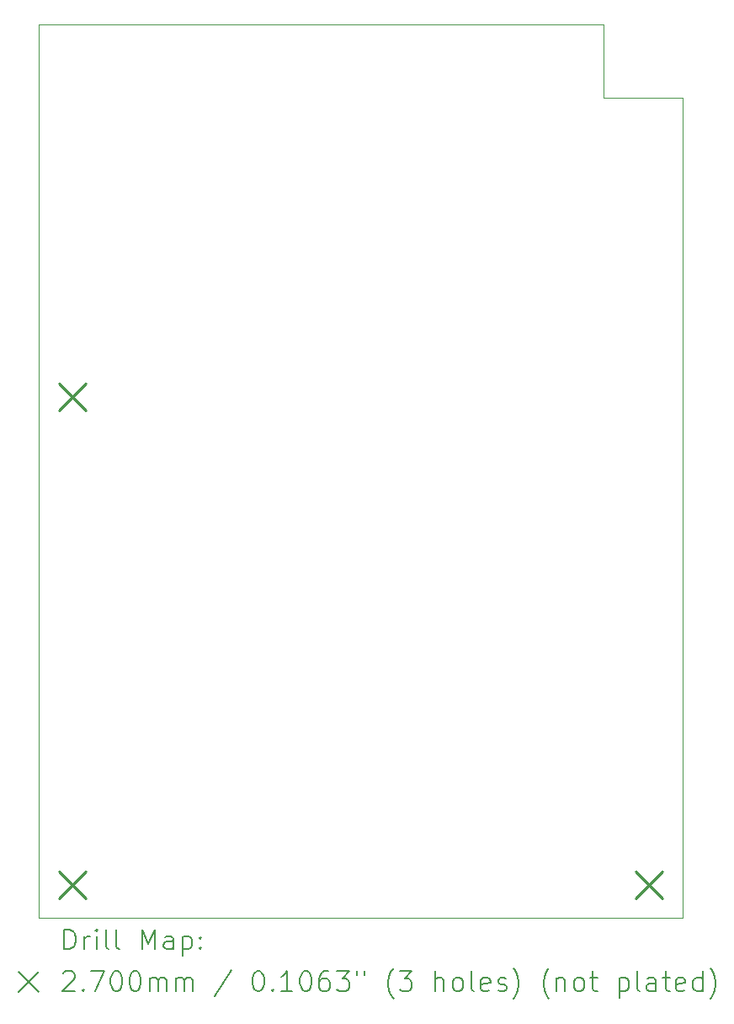
<source format=gbr>
%TF.GenerationSoftware,KiCad,Pcbnew,7.0.8*%
%TF.CreationDate,2023-11-07T10:45:07+02:00*%
%TF.ProjectId,Shield,53686965-6c64-42e6-9b69-6361645f7063,rev?*%
%TF.SameCoordinates,Original*%
%TF.FileFunction,Drillmap*%
%TF.FilePolarity,Positive*%
%FSLAX45Y45*%
G04 Gerber Fmt 4.5, Leading zero omitted, Abs format (unit mm)*
G04 Created by KiCad (PCBNEW 7.0.8) date 2023-11-07 10:45:07*
%MOMM*%
%LPD*%
G01*
G04 APERTURE LIST*
%ADD10C,0.100000*%
%ADD11C,0.200000*%
%ADD12C,0.270000*%
G04 APERTURE END LIST*
D10*
X13490780Y-6761220D02*
X14280720Y-6761220D01*
X7808800Y-6027160D02*
X13490780Y-6027160D01*
X14280720Y-6761220D02*
X14280720Y-14998440D01*
X13490780Y-6027160D02*
X13490780Y-6761220D01*
X7808800Y-6027160D02*
X7808800Y-14998440D01*
X7808800Y-14998440D02*
X14280720Y-14998440D01*
D11*
D12*
X8011720Y-9630860D02*
X8281720Y-9900860D01*
X8281720Y-9630860D02*
X8011720Y-9900860D01*
X8011720Y-14530860D02*
X8281720Y-14800860D01*
X8281720Y-14530860D02*
X8011720Y-14800860D01*
X13811720Y-14530860D02*
X14081720Y-14800860D01*
X14081720Y-14530860D02*
X13811720Y-14800860D01*
D11*
X8064577Y-15314924D02*
X8064577Y-15114924D01*
X8064577Y-15114924D02*
X8112196Y-15114924D01*
X8112196Y-15114924D02*
X8140767Y-15124448D01*
X8140767Y-15124448D02*
X8159815Y-15143495D01*
X8159815Y-15143495D02*
X8169339Y-15162543D01*
X8169339Y-15162543D02*
X8178862Y-15200638D01*
X8178862Y-15200638D02*
X8178862Y-15229209D01*
X8178862Y-15229209D02*
X8169339Y-15267305D01*
X8169339Y-15267305D02*
X8159815Y-15286352D01*
X8159815Y-15286352D02*
X8140767Y-15305400D01*
X8140767Y-15305400D02*
X8112196Y-15314924D01*
X8112196Y-15314924D02*
X8064577Y-15314924D01*
X8264577Y-15314924D02*
X8264577Y-15181590D01*
X8264577Y-15219686D02*
X8274101Y-15200638D01*
X8274101Y-15200638D02*
X8283624Y-15191114D01*
X8283624Y-15191114D02*
X8302672Y-15181590D01*
X8302672Y-15181590D02*
X8321720Y-15181590D01*
X8388386Y-15314924D02*
X8388386Y-15181590D01*
X8388386Y-15114924D02*
X8378862Y-15124448D01*
X8378862Y-15124448D02*
X8388386Y-15133971D01*
X8388386Y-15133971D02*
X8397910Y-15124448D01*
X8397910Y-15124448D02*
X8388386Y-15114924D01*
X8388386Y-15114924D02*
X8388386Y-15133971D01*
X8512196Y-15314924D02*
X8493148Y-15305400D01*
X8493148Y-15305400D02*
X8483624Y-15286352D01*
X8483624Y-15286352D02*
X8483624Y-15114924D01*
X8616958Y-15314924D02*
X8597910Y-15305400D01*
X8597910Y-15305400D02*
X8588386Y-15286352D01*
X8588386Y-15286352D02*
X8588386Y-15114924D01*
X8845529Y-15314924D02*
X8845529Y-15114924D01*
X8845529Y-15114924D02*
X8912196Y-15257781D01*
X8912196Y-15257781D02*
X8978863Y-15114924D01*
X8978863Y-15114924D02*
X8978863Y-15314924D01*
X9159815Y-15314924D02*
X9159815Y-15210162D01*
X9159815Y-15210162D02*
X9150291Y-15191114D01*
X9150291Y-15191114D02*
X9131244Y-15181590D01*
X9131244Y-15181590D02*
X9093148Y-15181590D01*
X9093148Y-15181590D02*
X9074101Y-15191114D01*
X9159815Y-15305400D02*
X9140767Y-15314924D01*
X9140767Y-15314924D02*
X9093148Y-15314924D01*
X9093148Y-15314924D02*
X9074101Y-15305400D01*
X9074101Y-15305400D02*
X9064577Y-15286352D01*
X9064577Y-15286352D02*
X9064577Y-15267305D01*
X9064577Y-15267305D02*
X9074101Y-15248257D01*
X9074101Y-15248257D02*
X9093148Y-15238733D01*
X9093148Y-15238733D02*
X9140767Y-15238733D01*
X9140767Y-15238733D02*
X9159815Y-15229209D01*
X9255053Y-15181590D02*
X9255053Y-15381590D01*
X9255053Y-15191114D02*
X9274101Y-15181590D01*
X9274101Y-15181590D02*
X9312196Y-15181590D01*
X9312196Y-15181590D02*
X9331244Y-15191114D01*
X9331244Y-15191114D02*
X9340767Y-15200638D01*
X9340767Y-15200638D02*
X9350291Y-15219686D01*
X9350291Y-15219686D02*
X9350291Y-15276828D01*
X9350291Y-15276828D02*
X9340767Y-15295876D01*
X9340767Y-15295876D02*
X9331244Y-15305400D01*
X9331244Y-15305400D02*
X9312196Y-15314924D01*
X9312196Y-15314924D02*
X9274101Y-15314924D01*
X9274101Y-15314924D02*
X9255053Y-15305400D01*
X9436005Y-15295876D02*
X9445529Y-15305400D01*
X9445529Y-15305400D02*
X9436005Y-15314924D01*
X9436005Y-15314924D02*
X9426482Y-15305400D01*
X9426482Y-15305400D02*
X9436005Y-15295876D01*
X9436005Y-15295876D02*
X9436005Y-15314924D01*
X9436005Y-15191114D02*
X9445529Y-15200638D01*
X9445529Y-15200638D02*
X9436005Y-15210162D01*
X9436005Y-15210162D02*
X9426482Y-15200638D01*
X9426482Y-15200638D02*
X9436005Y-15191114D01*
X9436005Y-15191114D02*
X9436005Y-15210162D01*
X7603800Y-15543440D02*
X7803800Y-15743440D01*
X7803800Y-15543440D02*
X7603800Y-15743440D01*
X8055053Y-15553971D02*
X8064577Y-15544448D01*
X8064577Y-15544448D02*
X8083624Y-15534924D01*
X8083624Y-15534924D02*
X8131243Y-15534924D01*
X8131243Y-15534924D02*
X8150291Y-15544448D01*
X8150291Y-15544448D02*
X8159815Y-15553971D01*
X8159815Y-15553971D02*
X8169339Y-15573019D01*
X8169339Y-15573019D02*
X8169339Y-15592067D01*
X8169339Y-15592067D02*
X8159815Y-15620638D01*
X8159815Y-15620638D02*
X8045529Y-15734924D01*
X8045529Y-15734924D02*
X8169339Y-15734924D01*
X8255053Y-15715876D02*
X8264577Y-15725400D01*
X8264577Y-15725400D02*
X8255053Y-15734924D01*
X8255053Y-15734924D02*
X8245529Y-15725400D01*
X8245529Y-15725400D02*
X8255053Y-15715876D01*
X8255053Y-15715876D02*
X8255053Y-15734924D01*
X8331243Y-15534924D02*
X8464577Y-15534924D01*
X8464577Y-15534924D02*
X8378862Y-15734924D01*
X8578863Y-15534924D02*
X8597910Y-15534924D01*
X8597910Y-15534924D02*
X8616958Y-15544448D01*
X8616958Y-15544448D02*
X8626482Y-15553971D01*
X8626482Y-15553971D02*
X8636005Y-15573019D01*
X8636005Y-15573019D02*
X8645529Y-15611114D01*
X8645529Y-15611114D02*
X8645529Y-15658733D01*
X8645529Y-15658733D02*
X8636005Y-15696828D01*
X8636005Y-15696828D02*
X8626482Y-15715876D01*
X8626482Y-15715876D02*
X8616958Y-15725400D01*
X8616958Y-15725400D02*
X8597910Y-15734924D01*
X8597910Y-15734924D02*
X8578863Y-15734924D01*
X8578863Y-15734924D02*
X8559815Y-15725400D01*
X8559815Y-15725400D02*
X8550291Y-15715876D01*
X8550291Y-15715876D02*
X8540767Y-15696828D01*
X8540767Y-15696828D02*
X8531244Y-15658733D01*
X8531244Y-15658733D02*
X8531244Y-15611114D01*
X8531244Y-15611114D02*
X8540767Y-15573019D01*
X8540767Y-15573019D02*
X8550291Y-15553971D01*
X8550291Y-15553971D02*
X8559815Y-15544448D01*
X8559815Y-15544448D02*
X8578863Y-15534924D01*
X8769339Y-15534924D02*
X8788386Y-15534924D01*
X8788386Y-15534924D02*
X8807434Y-15544448D01*
X8807434Y-15544448D02*
X8816958Y-15553971D01*
X8816958Y-15553971D02*
X8826482Y-15573019D01*
X8826482Y-15573019D02*
X8836005Y-15611114D01*
X8836005Y-15611114D02*
X8836005Y-15658733D01*
X8836005Y-15658733D02*
X8826482Y-15696828D01*
X8826482Y-15696828D02*
X8816958Y-15715876D01*
X8816958Y-15715876D02*
X8807434Y-15725400D01*
X8807434Y-15725400D02*
X8788386Y-15734924D01*
X8788386Y-15734924D02*
X8769339Y-15734924D01*
X8769339Y-15734924D02*
X8750291Y-15725400D01*
X8750291Y-15725400D02*
X8740767Y-15715876D01*
X8740767Y-15715876D02*
X8731244Y-15696828D01*
X8731244Y-15696828D02*
X8721720Y-15658733D01*
X8721720Y-15658733D02*
X8721720Y-15611114D01*
X8721720Y-15611114D02*
X8731244Y-15573019D01*
X8731244Y-15573019D02*
X8740767Y-15553971D01*
X8740767Y-15553971D02*
X8750291Y-15544448D01*
X8750291Y-15544448D02*
X8769339Y-15534924D01*
X8921720Y-15734924D02*
X8921720Y-15601590D01*
X8921720Y-15620638D02*
X8931244Y-15611114D01*
X8931244Y-15611114D02*
X8950291Y-15601590D01*
X8950291Y-15601590D02*
X8978863Y-15601590D01*
X8978863Y-15601590D02*
X8997910Y-15611114D01*
X8997910Y-15611114D02*
X9007434Y-15630162D01*
X9007434Y-15630162D02*
X9007434Y-15734924D01*
X9007434Y-15630162D02*
X9016958Y-15611114D01*
X9016958Y-15611114D02*
X9036005Y-15601590D01*
X9036005Y-15601590D02*
X9064577Y-15601590D01*
X9064577Y-15601590D02*
X9083625Y-15611114D01*
X9083625Y-15611114D02*
X9093148Y-15630162D01*
X9093148Y-15630162D02*
X9093148Y-15734924D01*
X9188386Y-15734924D02*
X9188386Y-15601590D01*
X9188386Y-15620638D02*
X9197910Y-15611114D01*
X9197910Y-15611114D02*
X9216958Y-15601590D01*
X9216958Y-15601590D02*
X9245529Y-15601590D01*
X9245529Y-15601590D02*
X9264577Y-15611114D01*
X9264577Y-15611114D02*
X9274101Y-15630162D01*
X9274101Y-15630162D02*
X9274101Y-15734924D01*
X9274101Y-15630162D02*
X9283625Y-15611114D01*
X9283625Y-15611114D02*
X9302672Y-15601590D01*
X9302672Y-15601590D02*
X9331244Y-15601590D01*
X9331244Y-15601590D02*
X9350291Y-15611114D01*
X9350291Y-15611114D02*
X9359815Y-15630162D01*
X9359815Y-15630162D02*
X9359815Y-15734924D01*
X9750291Y-15525400D02*
X9578863Y-15782543D01*
X10007434Y-15534924D02*
X10026482Y-15534924D01*
X10026482Y-15534924D02*
X10045529Y-15544448D01*
X10045529Y-15544448D02*
X10055053Y-15553971D01*
X10055053Y-15553971D02*
X10064577Y-15573019D01*
X10064577Y-15573019D02*
X10074101Y-15611114D01*
X10074101Y-15611114D02*
X10074101Y-15658733D01*
X10074101Y-15658733D02*
X10064577Y-15696828D01*
X10064577Y-15696828D02*
X10055053Y-15715876D01*
X10055053Y-15715876D02*
X10045529Y-15725400D01*
X10045529Y-15725400D02*
X10026482Y-15734924D01*
X10026482Y-15734924D02*
X10007434Y-15734924D01*
X10007434Y-15734924D02*
X9988387Y-15725400D01*
X9988387Y-15725400D02*
X9978863Y-15715876D01*
X9978863Y-15715876D02*
X9969339Y-15696828D01*
X9969339Y-15696828D02*
X9959815Y-15658733D01*
X9959815Y-15658733D02*
X9959815Y-15611114D01*
X9959815Y-15611114D02*
X9969339Y-15573019D01*
X9969339Y-15573019D02*
X9978863Y-15553971D01*
X9978863Y-15553971D02*
X9988387Y-15544448D01*
X9988387Y-15544448D02*
X10007434Y-15534924D01*
X10159815Y-15715876D02*
X10169339Y-15725400D01*
X10169339Y-15725400D02*
X10159815Y-15734924D01*
X10159815Y-15734924D02*
X10150291Y-15725400D01*
X10150291Y-15725400D02*
X10159815Y-15715876D01*
X10159815Y-15715876D02*
X10159815Y-15734924D01*
X10359815Y-15734924D02*
X10245529Y-15734924D01*
X10302672Y-15734924D02*
X10302672Y-15534924D01*
X10302672Y-15534924D02*
X10283625Y-15563495D01*
X10283625Y-15563495D02*
X10264577Y-15582543D01*
X10264577Y-15582543D02*
X10245529Y-15592067D01*
X10483625Y-15534924D02*
X10502672Y-15534924D01*
X10502672Y-15534924D02*
X10521720Y-15544448D01*
X10521720Y-15544448D02*
X10531244Y-15553971D01*
X10531244Y-15553971D02*
X10540768Y-15573019D01*
X10540768Y-15573019D02*
X10550291Y-15611114D01*
X10550291Y-15611114D02*
X10550291Y-15658733D01*
X10550291Y-15658733D02*
X10540768Y-15696828D01*
X10540768Y-15696828D02*
X10531244Y-15715876D01*
X10531244Y-15715876D02*
X10521720Y-15725400D01*
X10521720Y-15725400D02*
X10502672Y-15734924D01*
X10502672Y-15734924D02*
X10483625Y-15734924D01*
X10483625Y-15734924D02*
X10464577Y-15725400D01*
X10464577Y-15725400D02*
X10455053Y-15715876D01*
X10455053Y-15715876D02*
X10445529Y-15696828D01*
X10445529Y-15696828D02*
X10436006Y-15658733D01*
X10436006Y-15658733D02*
X10436006Y-15611114D01*
X10436006Y-15611114D02*
X10445529Y-15573019D01*
X10445529Y-15573019D02*
X10455053Y-15553971D01*
X10455053Y-15553971D02*
X10464577Y-15544448D01*
X10464577Y-15544448D02*
X10483625Y-15534924D01*
X10721720Y-15534924D02*
X10683625Y-15534924D01*
X10683625Y-15534924D02*
X10664577Y-15544448D01*
X10664577Y-15544448D02*
X10655053Y-15553971D01*
X10655053Y-15553971D02*
X10636006Y-15582543D01*
X10636006Y-15582543D02*
X10626482Y-15620638D01*
X10626482Y-15620638D02*
X10626482Y-15696828D01*
X10626482Y-15696828D02*
X10636006Y-15715876D01*
X10636006Y-15715876D02*
X10645529Y-15725400D01*
X10645529Y-15725400D02*
X10664577Y-15734924D01*
X10664577Y-15734924D02*
X10702672Y-15734924D01*
X10702672Y-15734924D02*
X10721720Y-15725400D01*
X10721720Y-15725400D02*
X10731244Y-15715876D01*
X10731244Y-15715876D02*
X10740768Y-15696828D01*
X10740768Y-15696828D02*
X10740768Y-15649209D01*
X10740768Y-15649209D02*
X10731244Y-15630162D01*
X10731244Y-15630162D02*
X10721720Y-15620638D01*
X10721720Y-15620638D02*
X10702672Y-15611114D01*
X10702672Y-15611114D02*
X10664577Y-15611114D01*
X10664577Y-15611114D02*
X10645529Y-15620638D01*
X10645529Y-15620638D02*
X10636006Y-15630162D01*
X10636006Y-15630162D02*
X10626482Y-15649209D01*
X10807434Y-15534924D02*
X10931244Y-15534924D01*
X10931244Y-15534924D02*
X10864577Y-15611114D01*
X10864577Y-15611114D02*
X10893149Y-15611114D01*
X10893149Y-15611114D02*
X10912196Y-15620638D01*
X10912196Y-15620638D02*
X10921720Y-15630162D01*
X10921720Y-15630162D02*
X10931244Y-15649209D01*
X10931244Y-15649209D02*
X10931244Y-15696828D01*
X10931244Y-15696828D02*
X10921720Y-15715876D01*
X10921720Y-15715876D02*
X10912196Y-15725400D01*
X10912196Y-15725400D02*
X10893149Y-15734924D01*
X10893149Y-15734924D02*
X10836006Y-15734924D01*
X10836006Y-15734924D02*
X10816958Y-15725400D01*
X10816958Y-15725400D02*
X10807434Y-15715876D01*
X11007434Y-15534924D02*
X11007434Y-15573019D01*
X11083625Y-15534924D02*
X11083625Y-15573019D01*
X11378863Y-15811114D02*
X11369339Y-15801590D01*
X11369339Y-15801590D02*
X11350291Y-15773019D01*
X11350291Y-15773019D02*
X11340768Y-15753971D01*
X11340768Y-15753971D02*
X11331244Y-15725400D01*
X11331244Y-15725400D02*
X11321720Y-15677781D01*
X11321720Y-15677781D02*
X11321720Y-15639686D01*
X11321720Y-15639686D02*
X11331244Y-15592067D01*
X11331244Y-15592067D02*
X11340768Y-15563495D01*
X11340768Y-15563495D02*
X11350291Y-15544448D01*
X11350291Y-15544448D02*
X11369339Y-15515876D01*
X11369339Y-15515876D02*
X11378863Y-15506352D01*
X11436006Y-15534924D02*
X11559815Y-15534924D01*
X11559815Y-15534924D02*
X11493148Y-15611114D01*
X11493148Y-15611114D02*
X11521720Y-15611114D01*
X11521720Y-15611114D02*
X11540768Y-15620638D01*
X11540768Y-15620638D02*
X11550291Y-15630162D01*
X11550291Y-15630162D02*
X11559815Y-15649209D01*
X11559815Y-15649209D02*
X11559815Y-15696828D01*
X11559815Y-15696828D02*
X11550291Y-15715876D01*
X11550291Y-15715876D02*
X11540768Y-15725400D01*
X11540768Y-15725400D02*
X11521720Y-15734924D01*
X11521720Y-15734924D02*
X11464577Y-15734924D01*
X11464577Y-15734924D02*
X11445529Y-15725400D01*
X11445529Y-15725400D02*
X11436006Y-15715876D01*
X11797910Y-15734924D02*
X11797910Y-15534924D01*
X11883625Y-15734924D02*
X11883625Y-15630162D01*
X11883625Y-15630162D02*
X11874101Y-15611114D01*
X11874101Y-15611114D02*
X11855053Y-15601590D01*
X11855053Y-15601590D02*
X11826482Y-15601590D01*
X11826482Y-15601590D02*
X11807434Y-15611114D01*
X11807434Y-15611114D02*
X11797910Y-15620638D01*
X12007434Y-15734924D02*
X11988387Y-15725400D01*
X11988387Y-15725400D02*
X11978863Y-15715876D01*
X11978863Y-15715876D02*
X11969339Y-15696828D01*
X11969339Y-15696828D02*
X11969339Y-15639686D01*
X11969339Y-15639686D02*
X11978863Y-15620638D01*
X11978863Y-15620638D02*
X11988387Y-15611114D01*
X11988387Y-15611114D02*
X12007434Y-15601590D01*
X12007434Y-15601590D02*
X12036006Y-15601590D01*
X12036006Y-15601590D02*
X12055053Y-15611114D01*
X12055053Y-15611114D02*
X12064577Y-15620638D01*
X12064577Y-15620638D02*
X12074101Y-15639686D01*
X12074101Y-15639686D02*
X12074101Y-15696828D01*
X12074101Y-15696828D02*
X12064577Y-15715876D01*
X12064577Y-15715876D02*
X12055053Y-15725400D01*
X12055053Y-15725400D02*
X12036006Y-15734924D01*
X12036006Y-15734924D02*
X12007434Y-15734924D01*
X12188387Y-15734924D02*
X12169339Y-15725400D01*
X12169339Y-15725400D02*
X12159815Y-15706352D01*
X12159815Y-15706352D02*
X12159815Y-15534924D01*
X12340768Y-15725400D02*
X12321720Y-15734924D01*
X12321720Y-15734924D02*
X12283625Y-15734924D01*
X12283625Y-15734924D02*
X12264577Y-15725400D01*
X12264577Y-15725400D02*
X12255053Y-15706352D01*
X12255053Y-15706352D02*
X12255053Y-15630162D01*
X12255053Y-15630162D02*
X12264577Y-15611114D01*
X12264577Y-15611114D02*
X12283625Y-15601590D01*
X12283625Y-15601590D02*
X12321720Y-15601590D01*
X12321720Y-15601590D02*
X12340768Y-15611114D01*
X12340768Y-15611114D02*
X12350291Y-15630162D01*
X12350291Y-15630162D02*
X12350291Y-15649209D01*
X12350291Y-15649209D02*
X12255053Y-15668257D01*
X12426482Y-15725400D02*
X12445530Y-15734924D01*
X12445530Y-15734924D02*
X12483625Y-15734924D01*
X12483625Y-15734924D02*
X12502672Y-15725400D01*
X12502672Y-15725400D02*
X12512196Y-15706352D01*
X12512196Y-15706352D02*
X12512196Y-15696828D01*
X12512196Y-15696828D02*
X12502672Y-15677781D01*
X12502672Y-15677781D02*
X12483625Y-15668257D01*
X12483625Y-15668257D02*
X12455053Y-15668257D01*
X12455053Y-15668257D02*
X12436006Y-15658733D01*
X12436006Y-15658733D02*
X12426482Y-15639686D01*
X12426482Y-15639686D02*
X12426482Y-15630162D01*
X12426482Y-15630162D02*
X12436006Y-15611114D01*
X12436006Y-15611114D02*
X12455053Y-15601590D01*
X12455053Y-15601590D02*
X12483625Y-15601590D01*
X12483625Y-15601590D02*
X12502672Y-15611114D01*
X12578863Y-15811114D02*
X12588387Y-15801590D01*
X12588387Y-15801590D02*
X12607434Y-15773019D01*
X12607434Y-15773019D02*
X12616958Y-15753971D01*
X12616958Y-15753971D02*
X12626482Y-15725400D01*
X12626482Y-15725400D02*
X12636006Y-15677781D01*
X12636006Y-15677781D02*
X12636006Y-15639686D01*
X12636006Y-15639686D02*
X12626482Y-15592067D01*
X12626482Y-15592067D02*
X12616958Y-15563495D01*
X12616958Y-15563495D02*
X12607434Y-15544448D01*
X12607434Y-15544448D02*
X12588387Y-15515876D01*
X12588387Y-15515876D02*
X12578863Y-15506352D01*
X12940768Y-15811114D02*
X12931244Y-15801590D01*
X12931244Y-15801590D02*
X12912196Y-15773019D01*
X12912196Y-15773019D02*
X12902672Y-15753971D01*
X12902672Y-15753971D02*
X12893149Y-15725400D01*
X12893149Y-15725400D02*
X12883625Y-15677781D01*
X12883625Y-15677781D02*
X12883625Y-15639686D01*
X12883625Y-15639686D02*
X12893149Y-15592067D01*
X12893149Y-15592067D02*
X12902672Y-15563495D01*
X12902672Y-15563495D02*
X12912196Y-15544448D01*
X12912196Y-15544448D02*
X12931244Y-15515876D01*
X12931244Y-15515876D02*
X12940768Y-15506352D01*
X13016958Y-15601590D02*
X13016958Y-15734924D01*
X13016958Y-15620638D02*
X13026482Y-15611114D01*
X13026482Y-15611114D02*
X13045530Y-15601590D01*
X13045530Y-15601590D02*
X13074101Y-15601590D01*
X13074101Y-15601590D02*
X13093149Y-15611114D01*
X13093149Y-15611114D02*
X13102672Y-15630162D01*
X13102672Y-15630162D02*
X13102672Y-15734924D01*
X13226482Y-15734924D02*
X13207434Y-15725400D01*
X13207434Y-15725400D02*
X13197911Y-15715876D01*
X13197911Y-15715876D02*
X13188387Y-15696828D01*
X13188387Y-15696828D02*
X13188387Y-15639686D01*
X13188387Y-15639686D02*
X13197911Y-15620638D01*
X13197911Y-15620638D02*
X13207434Y-15611114D01*
X13207434Y-15611114D02*
X13226482Y-15601590D01*
X13226482Y-15601590D02*
X13255053Y-15601590D01*
X13255053Y-15601590D02*
X13274101Y-15611114D01*
X13274101Y-15611114D02*
X13283625Y-15620638D01*
X13283625Y-15620638D02*
X13293149Y-15639686D01*
X13293149Y-15639686D02*
X13293149Y-15696828D01*
X13293149Y-15696828D02*
X13283625Y-15715876D01*
X13283625Y-15715876D02*
X13274101Y-15725400D01*
X13274101Y-15725400D02*
X13255053Y-15734924D01*
X13255053Y-15734924D02*
X13226482Y-15734924D01*
X13350292Y-15601590D02*
X13426482Y-15601590D01*
X13378863Y-15534924D02*
X13378863Y-15706352D01*
X13378863Y-15706352D02*
X13388387Y-15725400D01*
X13388387Y-15725400D02*
X13407434Y-15734924D01*
X13407434Y-15734924D02*
X13426482Y-15734924D01*
X13645530Y-15601590D02*
X13645530Y-15801590D01*
X13645530Y-15611114D02*
X13664577Y-15601590D01*
X13664577Y-15601590D02*
X13702673Y-15601590D01*
X13702673Y-15601590D02*
X13721720Y-15611114D01*
X13721720Y-15611114D02*
X13731244Y-15620638D01*
X13731244Y-15620638D02*
X13740768Y-15639686D01*
X13740768Y-15639686D02*
X13740768Y-15696828D01*
X13740768Y-15696828D02*
X13731244Y-15715876D01*
X13731244Y-15715876D02*
X13721720Y-15725400D01*
X13721720Y-15725400D02*
X13702673Y-15734924D01*
X13702673Y-15734924D02*
X13664577Y-15734924D01*
X13664577Y-15734924D02*
X13645530Y-15725400D01*
X13855053Y-15734924D02*
X13836006Y-15725400D01*
X13836006Y-15725400D02*
X13826482Y-15706352D01*
X13826482Y-15706352D02*
X13826482Y-15534924D01*
X14016958Y-15734924D02*
X14016958Y-15630162D01*
X14016958Y-15630162D02*
X14007434Y-15611114D01*
X14007434Y-15611114D02*
X13988387Y-15601590D01*
X13988387Y-15601590D02*
X13950292Y-15601590D01*
X13950292Y-15601590D02*
X13931244Y-15611114D01*
X14016958Y-15725400D02*
X13997911Y-15734924D01*
X13997911Y-15734924D02*
X13950292Y-15734924D01*
X13950292Y-15734924D02*
X13931244Y-15725400D01*
X13931244Y-15725400D02*
X13921720Y-15706352D01*
X13921720Y-15706352D02*
X13921720Y-15687305D01*
X13921720Y-15687305D02*
X13931244Y-15668257D01*
X13931244Y-15668257D02*
X13950292Y-15658733D01*
X13950292Y-15658733D02*
X13997911Y-15658733D01*
X13997911Y-15658733D02*
X14016958Y-15649209D01*
X14083625Y-15601590D02*
X14159815Y-15601590D01*
X14112196Y-15534924D02*
X14112196Y-15706352D01*
X14112196Y-15706352D02*
X14121720Y-15725400D01*
X14121720Y-15725400D02*
X14140768Y-15734924D01*
X14140768Y-15734924D02*
X14159815Y-15734924D01*
X14302673Y-15725400D02*
X14283625Y-15734924D01*
X14283625Y-15734924D02*
X14245530Y-15734924D01*
X14245530Y-15734924D02*
X14226482Y-15725400D01*
X14226482Y-15725400D02*
X14216958Y-15706352D01*
X14216958Y-15706352D02*
X14216958Y-15630162D01*
X14216958Y-15630162D02*
X14226482Y-15611114D01*
X14226482Y-15611114D02*
X14245530Y-15601590D01*
X14245530Y-15601590D02*
X14283625Y-15601590D01*
X14283625Y-15601590D02*
X14302673Y-15611114D01*
X14302673Y-15611114D02*
X14312196Y-15630162D01*
X14312196Y-15630162D02*
X14312196Y-15649209D01*
X14312196Y-15649209D02*
X14216958Y-15668257D01*
X14483625Y-15734924D02*
X14483625Y-15534924D01*
X14483625Y-15725400D02*
X14464577Y-15734924D01*
X14464577Y-15734924D02*
X14426482Y-15734924D01*
X14426482Y-15734924D02*
X14407434Y-15725400D01*
X14407434Y-15725400D02*
X14397911Y-15715876D01*
X14397911Y-15715876D02*
X14388387Y-15696828D01*
X14388387Y-15696828D02*
X14388387Y-15639686D01*
X14388387Y-15639686D02*
X14397911Y-15620638D01*
X14397911Y-15620638D02*
X14407434Y-15611114D01*
X14407434Y-15611114D02*
X14426482Y-15601590D01*
X14426482Y-15601590D02*
X14464577Y-15601590D01*
X14464577Y-15601590D02*
X14483625Y-15611114D01*
X14559815Y-15811114D02*
X14569339Y-15801590D01*
X14569339Y-15801590D02*
X14588387Y-15773019D01*
X14588387Y-15773019D02*
X14597911Y-15753971D01*
X14597911Y-15753971D02*
X14607434Y-15725400D01*
X14607434Y-15725400D02*
X14616958Y-15677781D01*
X14616958Y-15677781D02*
X14616958Y-15639686D01*
X14616958Y-15639686D02*
X14607434Y-15592067D01*
X14607434Y-15592067D02*
X14597911Y-15563495D01*
X14597911Y-15563495D02*
X14588387Y-15544448D01*
X14588387Y-15544448D02*
X14569339Y-15515876D01*
X14569339Y-15515876D02*
X14559815Y-15506352D01*
M02*

</source>
